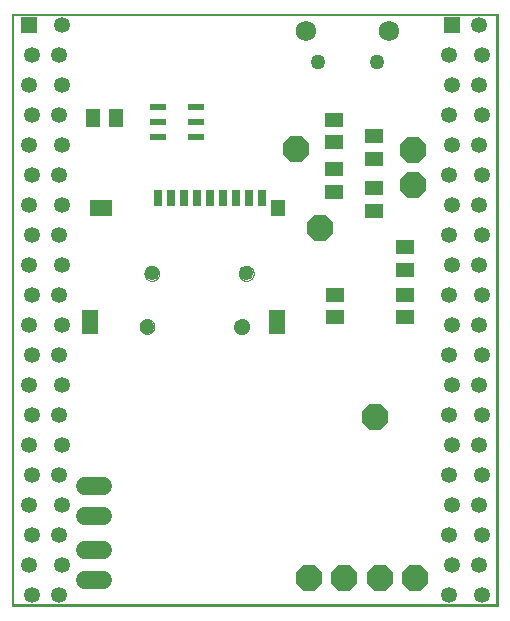
<source format=gbs>
G75*
%MOIN*%
%OFA0B0*%
%FSLAX25Y25*%
%IPPOS*%
%LPD*%
%AMOC8*
5,1,8,0,0,1.08239X$1,22.5*
%
%ADD10C,0.00000*%
%ADD11C,0.06791*%
%ADD12C,0.05020*%
%ADD13R,0.02756X0.05512*%
%ADD14R,0.05512X0.07874*%
%ADD15R,0.05039X0.05512*%
%ADD16R,0.07677X0.05512*%
%ADD17C,0.04921*%
%ADD18R,0.05118X0.05906*%
%ADD19R,0.05236X0.02087*%
%ADD20OC8,0.08500*%
%ADD21R,0.05906X0.05118*%
%ADD22C,0.06000*%
%ADD23C,0.00500*%
%ADD24C,0.05315*%
%ADD25R,0.05315X0.05315*%
D10*
X0020570Y0001467D02*
X0020570Y0198711D01*
X0182381Y0198711D01*
X0182381Y0001467D01*
X0020570Y0001467D01*
X0020570Y0001861D02*
X0181987Y0001861D01*
X0181987Y0009341D01*
X0094487Y0094578D02*
X0094489Y0094677D01*
X0094495Y0094776D01*
X0094505Y0094875D01*
X0094519Y0094973D01*
X0094537Y0095070D01*
X0094559Y0095167D01*
X0094584Y0095263D01*
X0094614Y0095357D01*
X0094647Y0095451D01*
X0094684Y0095543D01*
X0094725Y0095633D01*
X0094769Y0095722D01*
X0094817Y0095808D01*
X0094868Y0095893D01*
X0094923Y0095976D01*
X0094981Y0096056D01*
X0095042Y0096134D01*
X0095106Y0096210D01*
X0095173Y0096283D01*
X0095243Y0096353D01*
X0095316Y0096420D01*
X0095392Y0096484D01*
X0095470Y0096545D01*
X0095550Y0096603D01*
X0095633Y0096658D01*
X0095717Y0096709D01*
X0095804Y0096757D01*
X0095893Y0096801D01*
X0095983Y0096842D01*
X0096075Y0096879D01*
X0096169Y0096912D01*
X0096263Y0096942D01*
X0096359Y0096967D01*
X0096456Y0096989D01*
X0096553Y0097007D01*
X0096651Y0097021D01*
X0096750Y0097031D01*
X0096849Y0097037D01*
X0096948Y0097039D01*
X0097047Y0097037D01*
X0097146Y0097031D01*
X0097245Y0097021D01*
X0097343Y0097007D01*
X0097440Y0096989D01*
X0097537Y0096967D01*
X0097633Y0096942D01*
X0097727Y0096912D01*
X0097821Y0096879D01*
X0097913Y0096842D01*
X0098003Y0096801D01*
X0098092Y0096757D01*
X0098178Y0096709D01*
X0098263Y0096658D01*
X0098346Y0096603D01*
X0098426Y0096545D01*
X0098504Y0096484D01*
X0098580Y0096420D01*
X0098653Y0096353D01*
X0098723Y0096283D01*
X0098790Y0096210D01*
X0098854Y0096134D01*
X0098915Y0096056D01*
X0098973Y0095976D01*
X0099028Y0095893D01*
X0099079Y0095809D01*
X0099127Y0095722D01*
X0099171Y0095633D01*
X0099212Y0095543D01*
X0099249Y0095451D01*
X0099282Y0095357D01*
X0099312Y0095263D01*
X0099337Y0095167D01*
X0099359Y0095070D01*
X0099377Y0094973D01*
X0099391Y0094875D01*
X0099401Y0094776D01*
X0099407Y0094677D01*
X0099409Y0094578D01*
X0099407Y0094479D01*
X0099401Y0094380D01*
X0099391Y0094281D01*
X0099377Y0094183D01*
X0099359Y0094086D01*
X0099337Y0093989D01*
X0099312Y0093893D01*
X0099282Y0093799D01*
X0099249Y0093705D01*
X0099212Y0093613D01*
X0099171Y0093523D01*
X0099127Y0093434D01*
X0099079Y0093348D01*
X0099028Y0093263D01*
X0098973Y0093180D01*
X0098915Y0093100D01*
X0098854Y0093022D01*
X0098790Y0092946D01*
X0098723Y0092873D01*
X0098653Y0092803D01*
X0098580Y0092736D01*
X0098504Y0092672D01*
X0098426Y0092611D01*
X0098346Y0092553D01*
X0098263Y0092498D01*
X0098179Y0092447D01*
X0098092Y0092399D01*
X0098003Y0092355D01*
X0097913Y0092314D01*
X0097821Y0092277D01*
X0097727Y0092244D01*
X0097633Y0092214D01*
X0097537Y0092189D01*
X0097440Y0092167D01*
X0097343Y0092149D01*
X0097245Y0092135D01*
X0097146Y0092125D01*
X0097047Y0092119D01*
X0096948Y0092117D01*
X0096849Y0092119D01*
X0096750Y0092125D01*
X0096651Y0092135D01*
X0096553Y0092149D01*
X0096456Y0092167D01*
X0096359Y0092189D01*
X0096263Y0092214D01*
X0096169Y0092244D01*
X0096075Y0092277D01*
X0095983Y0092314D01*
X0095893Y0092355D01*
X0095804Y0092399D01*
X0095718Y0092447D01*
X0095633Y0092498D01*
X0095550Y0092553D01*
X0095470Y0092611D01*
X0095392Y0092672D01*
X0095316Y0092736D01*
X0095243Y0092803D01*
X0095173Y0092873D01*
X0095106Y0092946D01*
X0095042Y0093022D01*
X0094981Y0093100D01*
X0094923Y0093180D01*
X0094868Y0093263D01*
X0094817Y0093347D01*
X0094769Y0093434D01*
X0094725Y0093523D01*
X0094684Y0093613D01*
X0094647Y0093705D01*
X0094614Y0093799D01*
X0094584Y0093893D01*
X0094559Y0093989D01*
X0094537Y0094086D01*
X0094519Y0094183D01*
X0094505Y0094281D01*
X0094495Y0094380D01*
X0094489Y0094479D01*
X0094487Y0094578D01*
X0096061Y0112294D02*
X0096063Y0112393D01*
X0096069Y0112492D01*
X0096079Y0112591D01*
X0096093Y0112689D01*
X0096111Y0112786D01*
X0096133Y0112883D01*
X0096158Y0112979D01*
X0096188Y0113073D01*
X0096221Y0113167D01*
X0096258Y0113259D01*
X0096299Y0113349D01*
X0096343Y0113438D01*
X0096391Y0113524D01*
X0096442Y0113609D01*
X0096497Y0113692D01*
X0096555Y0113772D01*
X0096616Y0113850D01*
X0096680Y0113926D01*
X0096747Y0113999D01*
X0096817Y0114069D01*
X0096890Y0114136D01*
X0096966Y0114200D01*
X0097044Y0114261D01*
X0097124Y0114319D01*
X0097207Y0114374D01*
X0097291Y0114425D01*
X0097378Y0114473D01*
X0097467Y0114517D01*
X0097557Y0114558D01*
X0097649Y0114595D01*
X0097743Y0114628D01*
X0097837Y0114658D01*
X0097933Y0114683D01*
X0098030Y0114705D01*
X0098127Y0114723D01*
X0098225Y0114737D01*
X0098324Y0114747D01*
X0098423Y0114753D01*
X0098522Y0114755D01*
X0098621Y0114753D01*
X0098720Y0114747D01*
X0098819Y0114737D01*
X0098917Y0114723D01*
X0099014Y0114705D01*
X0099111Y0114683D01*
X0099207Y0114658D01*
X0099301Y0114628D01*
X0099395Y0114595D01*
X0099487Y0114558D01*
X0099577Y0114517D01*
X0099666Y0114473D01*
X0099752Y0114425D01*
X0099837Y0114374D01*
X0099920Y0114319D01*
X0100000Y0114261D01*
X0100078Y0114200D01*
X0100154Y0114136D01*
X0100227Y0114069D01*
X0100297Y0113999D01*
X0100364Y0113926D01*
X0100428Y0113850D01*
X0100489Y0113772D01*
X0100547Y0113692D01*
X0100602Y0113609D01*
X0100653Y0113525D01*
X0100701Y0113438D01*
X0100745Y0113349D01*
X0100786Y0113259D01*
X0100823Y0113167D01*
X0100856Y0113073D01*
X0100886Y0112979D01*
X0100911Y0112883D01*
X0100933Y0112786D01*
X0100951Y0112689D01*
X0100965Y0112591D01*
X0100975Y0112492D01*
X0100981Y0112393D01*
X0100983Y0112294D01*
X0100981Y0112195D01*
X0100975Y0112096D01*
X0100965Y0111997D01*
X0100951Y0111899D01*
X0100933Y0111802D01*
X0100911Y0111705D01*
X0100886Y0111609D01*
X0100856Y0111515D01*
X0100823Y0111421D01*
X0100786Y0111329D01*
X0100745Y0111239D01*
X0100701Y0111150D01*
X0100653Y0111064D01*
X0100602Y0110979D01*
X0100547Y0110896D01*
X0100489Y0110816D01*
X0100428Y0110738D01*
X0100364Y0110662D01*
X0100297Y0110589D01*
X0100227Y0110519D01*
X0100154Y0110452D01*
X0100078Y0110388D01*
X0100000Y0110327D01*
X0099920Y0110269D01*
X0099837Y0110214D01*
X0099753Y0110163D01*
X0099666Y0110115D01*
X0099577Y0110071D01*
X0099487Y0110030D01*
X0099395Y0109993D01*
X0099301Y0109960D01*
X0099207Y0109930D01*
X0099111Y0109905D01*
X0099014Y0109883D01*
X0098917Y0109865D01*
X0098819Y0109851D01*
X0098720Y0109841D01*
X0098621Y0109835D01*
X0098522Y0109833D01*
X0098423Y0109835D01*
X0098324Y0109841D01*
X0098225Y0109851D01*
X0098127Y0109865D01*
X0098030Y0109883D01*
X0097933Y0109905D01*
X0097837Y0109930D01*
X0097743Y0109960D01*
X0097649Y0109993D01*
X0097557Y0110030D01*
X0097467Y0110071D01*
X0097378Y0110115D01*
X0097292Y0110163D01*
X0097207Y0110214D01*
X0097124Y0110269D01*
X0097044Y0110327D01*
X0096966Y0110388D01*
X0096890Y0110452D01*
X0096817Y0110519D01*
X0096747Y0110589D01*
X0096680Y0110662D01*
X0096616Y0110738D01*
X0096555Y0110816D01*
X0096497Y0110896D01*
X0096442Y0110979D01*
X0096391Y0111063D01*
X0096343Y0111150D01*
X0096299Y0111239D01*
X0096258Y0111329D01*
X0096221Y0111421D01*
X0096188Y0111515D01*
X0096158Y0111609D01*
X0096133Y0111705D01*
X0096111Y0111802D01*
X0096093Y0111899D01*
X0096079Y0111997D01*
X0096069Y0112096D01*
X0096063Y0112195D01*
X0096061Y0112294D01*
X0064565Y0112294D02*
X0064567Y0112393D01*
X0064573Y0112492D01*
X0064583Y0112591D01*
X0064597Y0112689D01*
X0064615Y0112786D01*
X0064637Y0112883D01*
X0064662Y0112979D01*
X0064692Y0113073D01*
X0064725Y0113167D01*
X0064762Y0113259D01*
X0064803Y0113349D01*
X0064847Y0113438D01*
X0064895Y0113524D01*
X0064946Y0113609D01*
X0065001Y0113692D01*
X0065059Y0113772D01*
X0065120Y0113850D01*
X0065184Y0113926D01*
X0065251Y0113999D01*
X0065321Y0114069D01*
X0065394Y0114136D01*
X0065470Y0114200D01*
X0065548Y0114261D01*
X0065628Y0114319D01*
X0065711Y0114374D01*
X0065795Y0114425D01*
X0065882Y0114473D01*
X0065971Y0114517D01*
X0066061Y0114558D01*
X0066153Y0114595D01*
X0066247Y0114628D01*
X0066341Y0114658D01*
X0066437Y0114683D01*
X0066534Y0114705D01*
X0066631Y0114723D01*
X0066729Y0114737D01*
X0066828Y0114747D01*
X0066927Y0114753D01*
X0067026Y0114755D01*
X0067125Y0114753D01*
X0067224Y0114747D01*
X0067323Y0114737D01*
X0067421Y0114723D01*
X0067518Y0114705D01*
X0067615Y0114683D01*
X0067711Y0114658D01*
X0067805Y0114628D01*
X0067899Y0114595D01*
X0067991Y0114558D01*
X0068081Y0114517D01*
X0068170Y0114473D01*
X0068256Y0114425D01*
X0068341Y0114374D01*
X0068424Y0114319D01*
X0068504Y0114261D01*
X0068582Y0114200D01*
X0068658Y0114136D01*
X0068731Y0114069D01*
X0068801Y0113999D01*
X0068868Y0113926D01*
X0068932Y0113850D01*
X0068993Y0113772D01*
X0069051Y0113692D01*
X0069106Y0113609D01*
X0069157Y0113525D01*
X0069205Y0113438D01*
X0069249Y0113349D01*
X0069290Y0113259D01*
X0069327Y0113167D01*
X0069360Y0113073D01*
X0069390Y0112979D01*
X0069415Y0112883D01*
X0069437Y0112786D01*
X0069455Y0112689D01*
X0069469Y0112591D01*
X0069479Y0112492D01*
X0069485Y0112393D01*
X0069487Y0112294D01*
X0069485Y0112195D01*
X0069479Y0112096D01*
X0069469Y0111997D01*
X0069455Y0111899D01*
X0069437Y0111802D01*
X0069415Y0111705D01*
X0069390Y0111609D01*
X0069360Y0111515D01*
X0069327Y0111421D01*
X0069290Y0111329D01*
X0069249Y0111239D01*
X0069205Y0111150D01*
X0069157Y0111064D01*
X0069106Y0110979D01*
X0069051Y0110896D01*
X0068993Y0110816D01*
X0068932Y0110738D01*
X0068868Y0110662D01*
X0068801Y0110589D01*
X0068731Y0110519D01*
X0068658Y0110452D01*
X0068582Y0110388D01*
X0068504Y0110327D01*
X0068424Y0110269D01*
X0068341Y0110214D01*
X0068257Y0110163D01*
X0068170Y0110115D01*
X0068081Y0110071D01*
X0067991Y0110030D01*
X0067899Y0109993D01*
X0067805Y0109960D01*
X0067711Y0109930D01*
X0067615Y0109905D01*
X0067518Y0109883D01*
X0067421Y0109865D01*
X0067323Y0109851D01*
X0067224Y0109841D01*
X0067125Y0109835D01*
X0067026Y0109833D01*
X0066927Y0109835D01*
X0066828Y0109841D01*
X0066729Y0109851D01*
X0066631Y0109865D01*
X0066534Y0109883D01*
X0066437Y0109905D01*
X0066341Y0109930D01*
X0066247Y0109960D01*
X0066153Y0109993D01*
X0066061Y0110030D01*
X0065971Y0110071D01*
X0065882Y0110115D01*
X0065796Y0110163D01*
X0065711Y0110214D01*
X0065628Y0110269D01*
X0065548Y0110327D01*
X0065470Y0110388D01*
X0065394Y0110452D01*
X0065321Y0110519D01*
X0065251Y0110589D01*
X0065184Y0110662D01*
X0065120Y0110738D01*
X0065059Y0110816D01*
X0065001Y0110896D01*
X0064946Y0110979D01*
X0064895Y0111063D01*
X0064847Y0111150D01*
X0064803Y0111239D01*
X0064762Y0111329D01*
X0064725Y0111421D01*
X0064692Y0111515D01*
X0064662Y0111609D01*
X0064637Y0111705D01*
X0064615Y0111802D01*
X0064597Y0111899D01*
X0064583Y0111997D01*
X0064573Y0112096D01*
X0064567Y0112195D01*
X0064565Y0112294D01*
X0062990Y0094578D02*
X0062992Y0094677D01*
X0062998Y0094776D01*
X0063008Y0094875D01*
X0063022Y0094973D01*
X0063040Y0095070D01*
X0063062Y0095167D01*
X0063087Y0095263D01*
X0063117Y0095357D01*
X0063150Y0095451D01*
X0063187Y0095543D01*
X0063228Y0095633D01*
X0063272Y0095722D01*
X0063320Y0095808D01*
X0063371Y0095893D01*
X0063426Y0095976D01*
X0063484Y0096056D01*
X0063545Y0096134D01*
X0063609Y0096210D01*
X0063676Y0096283D01*
X0063746Y0096353D01*
X0063819Y0096420D01*
X0063895Y0096484D01*
X0063973Y0096545D01*
X0064053Y0096603D01*
X0064136Y0096658D01*
X0064220Y0096709D01*
X0064307Y0096757D01*
X0064396Y0096801D01*
X0064486Y0096842D01*
X0064578Y0096879D01*
X0064672Y0096912D01*
X0064766Y0096942D01*
X0064862Y0096967D01*
X0064959Y0096989D01*
X0065056Y0097007D01*
X0065154Y0097021D01*
X0065253Y0097031D01*
X0065352Y0097037D01*
X0065451Y0097039D01*
X0065550Y0097037D01*
X0065649Y0097031D01*
X0065748Y0097021D01*
X0065846Y0097007D01*
X0065943Y0096989D01*
X0066040Y0096967D01*
X0066136Y0096942D01*
X0066230Y0096912D01*
X0066324Y0096879D01*
X0066416Y0096842D01*
X0066506Y0096801D01*
X0066595Y0096757D01*
X0066681Y0096709D01*
X0066766Y0096658D01*
X0066849Y0096603D01*
X0066929Y0096545D01*
X0067007Y0096484D01*
X0067083Y0096420D01*
X0067156Y0096353D01*
X0067226Y0096283D01*
X0067293Y0096210D01*
X0067357Y0096134D01*
X0067418Y0096056D01*
X0067476Y0095976D01*
X0067531Y0095893D01*
X0067582Y0095809D01*
X0067630Y0095722D01*
X0067674Y0095633D01*
X0067715Y0095543D01*
X0067752Y0095451D01*
X0067785Y0095357D01*
X0067815Y0095263D01*
X0067840Y0095167D01*
X0067862Y0095070D01*
X0067880Y0094973D01*
X0067894Y0094875D01*
X0067904Y0094776D01*
X0067910Y0094677D01*
X0067912Y0094578D01*
X0067910Y0094479D01*
X0067904Y0094380D01*
X0067894Y0094281D01*
X0067880Y0094183D01*
X0067862Y0094086D01*
X0067840Y0093989D01*
X0067815Y0093893D01*
X0067785Y0093799D01*
X0067752Y0093705D01*
X0067715Y0093613D01*
X0067674Y0093523D01*
X0067630Y0093434D01*
X0067582Y0093348D01*
X0067531Y0093263D01*
X0067476Y0093180D01*
X0067418Y0093100D01*
X0067357Y0093022D01*
X0067293Y0092946D01*
X0067226Y0092873D01*
X0067156Y0092803D01*
X0067083Y0092736D01*
X0067007Y0092672D01*
X0066929Y0092611D01*
X0066849Y0092553D01*
X0066766Y0092498D01*
X0066682Y0092447D01*
X0066595Y0092399D01*
X0066506Y0092355D01*
X0066416Y0092314D01*
X0066324Y0092277D01*
X0066230Y0092244D01*
X0066136Y0092214D01*
X0066040Y0092189D01*
X0065943Y0092167D01*
X0065846Y0092149D01*
X0065748Y0092135D01*
X0065649Y0092125D01*
X0065550Y0092119D01*
X0065451Y0092117D01*
X0065352Y0092119D01*
X0065253Y0092125D01*
X0065154Y0092135D01*
X0065056Y0092149D01*
X0064959Y0092167D01*
X0064862Y0092189D01*
X0064766Y0092214D01*
X0064672Y0092244D01*
X0064578Y0092277D01*
X0064486Y0092314D01*
X0064396Y0092355D01*
X0064307Y0092399D01*
X0064221Y0092447D01*
X0064136Y0092498D01*
X0064053Y0092553D01*
X0063973Y0092611D01*
X0063895Y0092672D01*
X0063819Y0092736D01*
X0063746Y0092803D01*
X0063676Y0092873D01*
X0063609Y0092946D01*
X0063545Y0093022D01*
X0063484Y0093100D01*
X0063426Y0093180D01*
X0063371Y0093263D01*
X0063320Y0093347D01*
X0063272Y0093434D01*
X0063228Y0093523D01*
X0063187Y0093613D01*
X0063150Y0093705D01*
X0063117Y0093799D01*
X0063087Y0093893D01*
X0063062Y0093989D01*
X0063040Y0094086D01*
X0063022Y0094183D01*
X0063008Y0094281D01*
X0062998Y0094380D01*
X0062992Y0094479D01*
X0062990Y0094578D01*
D11*
X0118404Y0193003D03*
X0145963Y0193003D03*
D12*
X0142026Y0182668D03*
X0122341Y0182668D03*
D13*
X0103640Y0137373D03*
X0099310Y0137373D03*
X0094979Y0137373D03*
X0090648Y0137373D03*
X0086318Y0137373D03*
X0081987Y0137373D03*
X0077656Y0137373D03*
X0073325Y0137373D03*
X0068995Y0137373D03*
D14*
X0046554Y0096152D03*
X0108759Y0096152D03*
D15*
X0108995Y0133948D03*
D16*
X0049999Y0133948D03*
D17*
X0067026Y0112294D03*
X0065451Y0094578D03*
X0096948Y0094578D03*
X0098522Y0112294D03*
D18*
X0055018Y0164066D03*
X0047538Y0164066D03*
D19*
X0068994Y0162885D03*
X0068994Y0167885D03*
X0068994Y0157885D03*
X0081594Y0157885D03*
X0081594Y0162885D03*
X0081594Y0167885D03*
D20*
X0115058Y0153830D03*
X0122932Y0127452D03*
X0154034Y0141625D03*
X0154034Y0153436D03*
X0141436Y0064459D03*
X0143010Y0010916D03*
X0131199Y0010916D03*
X0119388Y0010916D03*
X0154822Y0010916D03*
D21*
X0151278Y0097727D03*
X0151278Y0105207D03*
X0151278Y0113475D03*
X0151278Y0120956D03*
X0141042Y0133160D03*
X0141042Y0140641D03*
X0141042Y0150483D03*
X0141042Y0157963D03*
X0127656Y0155995D03*
X0127656Y0163475D03*
X0127656Y0146940D03*
X0127656Y0139459D03*
X0128050Y0105207D03*
X0128050Y0097727D03*
D22*
X0050735Y0041507D02*
X0044735Y0041507D01*
X0044735Y0031507D02*
X0050735Y0031507D01*
X0050735Y0020247D02*
X0044735Y0020247D01*
X0044735Y0010247D02*
X0050735Y0010247D01*
D23*
X0020727Y0001625D02*
X0020727Y0198475D01*
X0182144Y0198475D01*
X0182144Y0001625D01*
X0020727Y0001625D01*
D24*
X0026936Y0005050D03*
X0035936Y0005050D03*
X0036936Y0015050D03*
X0035936Y0025050D03*
X0026936Y0025050D03*
X0025936Y0015050D03*
X0025936Y0035050D03*
X0026936Y0045050D03*
X0035936Y0045050D03*
X0036936Y0035050D03*
X0036936Y0055050D03*
X0035936Y0065050D03*
X0026936Y0065050D03*
X0025936Y0055050D03*
X0025936Y0075050D03*
X0026936Y0085050D03*
X0035936Y0085050D03*
X0036936Y0075050D03*
X0036936Y0095050D03*
X0035936Y0105050D03*
X0036936Y0115050D03*
X0035936Y0125050D03*
X0026936Y0125050D03*
X0025936Y0115050D03*
X0026936Y0105050D03*
X0025936Y0095050D03*
X0025936Y0135050D03*
X0026936Y0145050D03*
X0035936Y0145050D03*
X0036936Y0135050D03*
X0036936Y0155050D03*
X0035936Y0165050D03*
X0026936Y0165050D03*
X0025936Y0155050D03*
X0025936Y0175050D03*
X0026936Y0185050D03*
X0035936Y0185050D03*
X0036936Y0175050D03*
X0036936Y0195050D03*
X0165936Y0185050D03*
X0166936Y0175050D03*
X0175936Y0175050D03*
X0176936Y0185050D03*
X0175936Y0195050D03*
X0176936Y0165050D03*
X0175936Y0155050D03*
X0166936Y0155050D03*
X0165936Y0145050D03*
X0166936Y0135050D03*
X0175936Y0135050D03*
X0176936Y0125050D03*
X0175936Y0115050D03*
X0166936Y0115050D03*
X0165936Y0105050D03*
X0166936Y0095050D03*
X0175936Y0095050D03*
X0176936Y0085050D03*
X0175936Y0075050D03*
X0166936Y0075050D03*
X0165936Y0065050D03*
X0166936Y0055050D03*
X0175936Y0055050D03*
X0176936Y0045050D03*
X0175936Y0035050D03*
X0166936Y0035050D03*
X0165936Y0045050D03*
X0165936Y0025050D03*
X0166936Y0015050D03*
X0175936Y0015050D03*
X0176936Y0005050D03*
X0165936Y0005050D03*
X0176936Y0025050D03*
X0176936Y0065050D03*
X0165936Y0085050D03*
X0176936Y0105050D03*
X0165936Y0125050D03*
X0176936Y0145050D03*
X0165936Y0165050D03*
D25*
X0166936Y0195050D03*
X0025936Y0195050D03*
M02*

</source>
